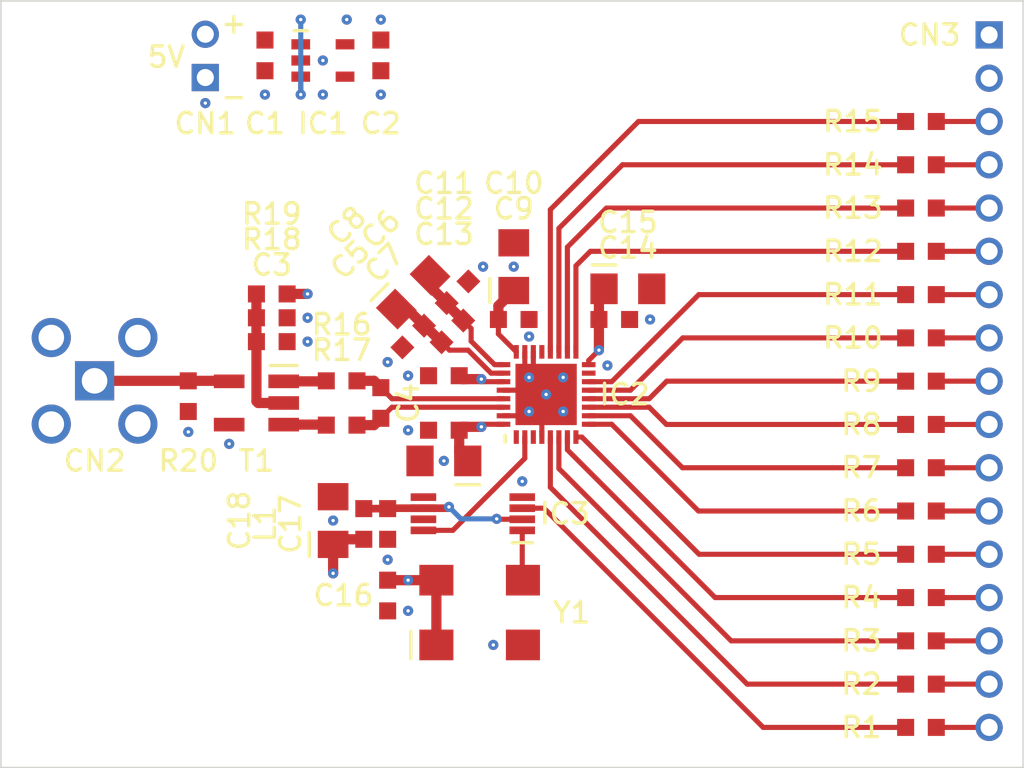
<source format=kicad_pcb>
(kicad_pcb (version 20221018) (generator pcbnew)
  (title_block (comment 4 "AISLER Project ID: MSPPDFRA"))
  (layers (0 "F.Cu" signal) (1 "In1.Cu" signal) (2 "In2.Cu" signal) (31 "B.Cu" signal) (34 "B.Paste" user) (35 "F.Paste" user) (36 "B.SilkS" user "B.Silkscreen") (37 "F.SilkS" user "F.Silkscreen") (38 "B.Mask" user) (39 "F.Mask" user) (44 "Edge.Cuts" user))
  (net 0 "")
  (net 1 "5V")
  (net 2 "CLK")
  (net 3 "D0")
  (net 4 "D1")
  (net 5 "D2")
  (net 6 "D3")
  (net 7 "D4")
  (net 8 "D5")
  (net 9 "D6")
  (net 10 "D7")
  (net 11 "D8")
  (net 12 "D9")
  (net 13 "D10")
  (net 14 "D11")
  (net 15 "AVDD")
  (net 16 "DVDD")
  (net 17 "D12")
  (net 18 "GND")
  (net 19 "W14")
  (net 20 "W13")
  (net 21 "W12")
  (net 22 "W11")
  (net 23 "W10")
  (net 24 "W9")
  (net 25 "W8")
  (net 26 "W7")
  (net 27 "W6")
  (net 28 "W5")
  (net 29 "W4")
  (net 30 "W3")
  (net 31 "W2")
  (net 32 "W1")
  (net 33 "D13")
  (net 34 "W15")
  (net 35 "VIN+")
  (net 36 "VIN-")
  (net 37 "SEC-")
  (net 38 "VCM")
  (net 39 "SEC+")
  (net 40 "INPUT")
  (net 41 "REFT")
  (net 42 "REFB")
  (net 43 "VREF")
  (net 44 "Y0")
  (net 45 "Y1")
  (net 46 "BVDD")
  (footprint "footprints:0603" (layer "F.Cu") (at 94 70 180)
    (fp_text reference "C11" (at 0 11.3) (layer "F.SilkS") (effects (font (size 1.2 1.2) (thickness 0.2))))
    (fp_text value "" (at 0 0) (layer "F.SilkS") (effects (font (size 1.27 1.27))))
    (pad "1" smd rect (at -0.9 0 180) (size 1 1) (layers "F.Cu" "F.Paste" "F.Mask") (net 15 "AVDD"))
    (pad "2" smd rect (at 0.9 0 180) (size 1 1) (layers "F.Cu" "F.Paste" "F.Mask") (net 18 "GND"))
  )
  (footprint "footprints:0603" (layer "F.Cu") (at 90.7 82.9 -90)
    (fp_text reference "C16" (at 0 2.6) (layer "F.SilkS") (effects (font (size 1.2 1.2) (thickness 0.2))))
    (fp_text value "" (at 0 0 -90) (layer "F.SilkS") (effects (font (size 1.27 1.27))))
    (pad "1" smd rect (at -0.9 0 270) (size 1 1) (layers "F.Cu" "F.Paste" "F.Mask") (net 15 "AVDD"))
    (pad "2" smd rect (at 0.9 0 270) (size 1 1) (layers "F.Cu" "F.Paste" "F.Mask") (net 18 "GND"))
  )
  (footprint "footprints:M25" (layer "F.Cu") (at 72 52)
    (fp_text reference "M1" hide)
    (fp_text value "" (at 0 0) (layer "F.SilkS") (effects (font (size 1.27 1.27))))
    (pad "" np_thru_hole circle (at 0 0) (size 2.7 2.7) (drill 2.7) (layers "*.Cu" "*.Mask"))
  )
  (footprint "footprints:0603" (layer "F.Cu") (at 90.3 71.6 -90)
    (fp_text reference "C4" (at 0 -1.6 90) (layer "F.SilkS") (effects (font (size 1.2 1.2) (thickness 0.2))))
    (fp_text value "" (at 0 0 -90) (layer "F.SilkS") (effects (font (size 1.27 1.27))))
    (pad "1" smd rect (at -0.9 0 270) (size 1 1) (layers "F.Cu" "F.Paste" "F.Mask") (net 35 "VIN+"))
    (pad "2" smd rect (at 0.9 0 270) (size 1 1) (layers "F.Cu" "F.Paste" "F.Mask") (net 36 "VIN-"))
  )
  (footprint "footprints:0603" (layer "F.Cu") (at 122 72.86)
    (fp_text reference "R8" (at -3.5 0) (layer "F.SilkS") (effects (font (size 1.2 1.2) (thickness 0.2))))
    (fp_text value "" (at 0 0) (layer "F.SilkS") (effects (font (size 1.27 1.27))))
    (pad "1" smd rect (at -0.9 0) (size 1 1) (layers "F.Cu" "F.Paste" "F.Mask") (net 9 "D6"))
    (pad "2" smd rect (at 0.9 0) (size 1 1) (layers "F.Cu" "F.Paste" "F.Mask") (net 25 "W8"))
  )
  (footprint "footprints:0603" (layer "F.Cu") (at 122 83.02)
    (fp_text reference "R4" (at -3.5 0) (layer "F.SilkS") (effects (font (size 1.2 1.2) (thickness 0.2))))
    (fp_text value "" (at 0 0) (layer "F.SilkS") (effects (font (size 1.27 1.27))))
    (pad "1" smd rect (at -0.9 0) (size 1 1) (layers "F.Cu" "F.Paste" "F.Mask") (net 5 "D2"))
    (pad "2" smd rect (at 0.9 0) (size 1 1) (layers "F.Cu" "F.Paste" "F.Mask") (net 29 "W4"))
  )
  (footprint "footprints:0603" (layer "F.Cu") (at 94.8 65.1 45)
    (fp_text reference "C6" (at -0.565685 -5.798275 45) (layer "F.SilkS") (effects (font (size 1.2 1.2) (thickness 0.2))))
    (fp_text value "" (at 0 0 45) (layer "F.SilkS") (effects (font (size 1.27 1.27))))
    (pad "1" smd rect (at -0.9 0 45) (size 1 1) (layers "F.Cu" "F.Paste" "F.Mask") (net 42 "REFB"))
    (pad "2" smd rect (at 0.9 0 45) (size 1 1) (layers "F.Cu" "F.Paste" "F.Mask") (net 18 "GND"))
  )
  (footprint "footprints:0603" (layer "F.Cu") (at 122 88.1)
    (fp_text reference "R2" (at -3.5 0) (layer "F.SilkS") (effects (font (size 1.2 1.2) (thickness 0.2))))
    (fp_text value "" (at 0 0) (layer "F.SilkS") (effects (font (size 1.27 1.27))))
    (pad "1" smd rect (at -0.9 0) (size 1 1) (layers "F.Cu" "F.Paste" "F.Mask") (net 3 "D0"))
    (pad "2" smd rect (at 0.9 0) (size 1 1) (layers "F.Cu" "F.Paste" "F.Mask") (net 31 "W2"))
  )
  (footprint "footprints:0603" (layer "F.Cu") (at 122 85.56)
    (fp_text reference "R3" (at -3.5 0) (layer "F.SilkS") (effects (font (size 1.2 1.2) (thickness 0.2))))
    (fp_text value "" (at 0 0) (layer "F.SilkS") (effects (font (size 1.27 1.27))))
    (pad "1" smd rect (at -0.9 0) (size 1 1) (layers "F.Cu" "F.Paste" "F.Mask") (net 4 "D1"))
    (pad "2" smd rect (at 0.9 0) (size 1 1) (layers "F.Cu" "F.Paste" "F.Mask") (net 30 "W3"))
  )
  (footprint "footprints:CASE-A-3216" (layer "F.Cu") (at 94 75 180)
    (fp_text reference "C13" (at 0 13.3 180) (layer "F.SilkS") (effects (font (size 1.2 1.2) (thickness 0.2))))
    (fp_text value "" (at 0 0 180) (layer "F.SilkS") (effects (font (size 1.27 1.27))))
    (fp_line (start -2.1 -1.4) (end -0.7 -1.4) (stroke (width 0.2)) (layer "F.SilkS"))
    (pad "1" smd rect (at -1.4 0 180) (size 1.6 1.8) (layers "F.Cu" "F.Paste" "F.Mask") (net 15 "AVDD"))
    (pad "2" smd rect (at 1.4 0 180) (size 1.6 1.8) (layers "F.Cu" "F.Paste" "F.Mask") (net 18 "GND"))
  )
  (footprint "footprints:0603" (layer "F.Cu") (at 122 62.7)
    (fp_text reference "R12" (at -4 0) (layer "F.SilkS") (effects (font (size 1.2 1.2) (thickness 0.2))))
    (fp_text value "" (at 0 0) (layer "F.SilkS") (effects (font (size 1.27 1.27))))
    (pad "1" smd rect (at -0.9 0) (size 1 1) (layers "F.Cu" "F.Paste" "F.Mask") (net 13 "D10"))
    (pad "2" smd rect (at 0.9 0) (size 1 1) (layers "F.Cu" "F.Paste" "F.Mask") (net 21 "W12"))
  )
  (footprint "footprints:SMA" (layer "F.Cu") (at 73.5 70.3)
    (fp_text reference "CN2" (at 0 4.7) (layer "F.SilkS") (effects (font (size 1.2 1.2) (thickness 0.2))))
    (fp_text value "" (at 0 0) (layer "F.SilkS") (effects (font (size 1.27 1.27))))
    (pad "1" thru_hole rect (at 0 0) (size 2.3 2.3) (drill 1.5) (layers "*.Cu" "*.Mask") (net 40 "INPUT"))
    (pad "2" thru_hole circle (at -2.54 -2.54) (size 2.3 2.3) (drill 1.5) (layers "*.Cu" "*.Mask") (net 18 "GND"))
    (pad "2" thru_hole circle (at -2.54 2.54) (size 2.3 2.3) (drill 1.5) (layers "*.Cu" "*.Mask") (net 18 "GND"))
    (pad "2" thru_hole circle (at 2.54 -2.54) (size 2.3 2.3) (drill 1.5) (layers "*.Cu" "*.Mask") (net 18 "GND"))
    (pad "2" thru_hole circle (at 2.54 2.54) (size 2.3 2.3) (drill 1.5) (layers "*.Cu" "*.Mask") (net 18 "GND"))
  )
  (footprint "footprints:M25" (layer "F.Cu") (at 72 89)
    (fp_text reference "M2" hide)
    (fp_text value "" hide)
    (pad "" np_thru_hole circle (at 0 0) (size 2.7 2.7) (drill 2.7) (layers "*.Cu" "*.Mask"))
  )
  (footprint "footprints:1x17" (layer "F.Cu") (at 126 50 90)
    (fp_text reference "CN3" (at 0 -3.5 180) (layer "F.SilkS") (effects (font (size 1.2 1.2) (thickness 0.2))))
    (fp_text value "" (at 0 0 90) (layer "F.SilkS") (effects (font (size 1.27 1.27))))
    (pad "1" thru_hole rect (at 0 0 90) (size 1.6 1.6) (drill 1) (layers "*.Cu" "*.Mask") (net 18 "GND"))
    (pad "3" thru_hole circle (at -2.54 0 90) (size 1.6 1.6) (drill 1) (layers "*.Cu" "*.Mask") (net 16 "DVDD"))
    (pad "5" thru_hole circle (at -5.08 0 90) (size 1.6 1.6) (drill 1) (layers "*.Cu" "*.Mask") (net 34 "W15"))
    (pad "7" thru_hole circle (at -7.62 0 90) (size 1.6 1.6) (drill 1) (layers "*.Cu" "*.Mask") (net 19 "W14"))
    (pad "9" thru_hole circle (at -10.16 0 90) (size 1.6 1.6) (drill 1) (layers "*.Cu" "*.Mask") (net 20 "W13"))
    (pad "11" thru_hole circle (at -12.7 0 90) (size 1.6 1.6) (drill 1) (layers "*.Cu" "*.Mask") (net 21 "W12"))
    (pad "13" thru_hole circle (at -15.24 0 90) (size 1.6 1.6) (drill 1) (layers "*.Cu" "*.Mask") (net 22 "W11"))
    (pad "15" thru_hole circle (at -17.78 0 90) (size 1.6 1.6) (drill 1) (layers "*.Cu" "*.Mask") (net 23 "W10"))
    (pad "17" thru_hole circle (at -20.32 0 90) (size 1.6 1.6) (drill 1) (layers "*.Cu" "*.Mask") (net 24 "W9"))
    (pad "19" thru_hole circle (at -22.86 0 90) (size 1.6 1.6) (drill 1) (layers "*.Cu" "*.Mask") (net 25 "W8"))
    (pad "21" thru_hole circle (at -25.4 0 90) (size 1.6 1.6) (drill 1) (layers "*.Cu" "*.Mask") (net 26 "W7"))
    (pad "23" thru_hole circle (at -27.94 0 90) (size 1.6 1.6) (drill 1) (layers "*.Cu" "*.Mask") (net 27 "W6"))
    (pad "25" thru_hole circle (at -30.48 0 90) (size 1.6 1.6) (drill 1) (layers "*.Cu" "*.Mask") (net 28 "W5"))
    (pad "27" thru_hole circle (at -33.02 0 90) (size 1.6 1.6) (drill 1) (layers "*.Cu" "*.Mask") (net 29 "W4"))
    (pad "29" thru_hole circle (at -35.56 0 90) (size 1.6 1.6) (drill 1) (layers "*.Cu" "*.Mask") (net 30 "W3"))
    (pad "31" thru_hole circle (at -38.1 0 90) (size 1.6 1.6) (drill 1) (layers "*.Cu" "*.Mask") (net 31 "W2"))
    (pad "33" thru_hole circle (at -40.64 0 90) (size 1.6 1.6) (drill 1) (layers "*.Cu" "*.Mask") (net 32 "W1"))
  )
  (footprint "footprints:0603" (layer "F.Cu") (at 83.9 65.2 180)
    (fp_text reference "R18" (at 0 3.2 180) (layer "F.SilkS") (effects (font (size 1.2 1.2) (thickness 0.2))))
    (fp_text value "" (at 0 0 180) (layer "F.SilkS") (effects (font (size 1.27 1.27))))
    (pad "1" smd rect (at -0.9 0 180) (size 1 1) (layers "F.Cu" "F.Paste" "F.Mask") (net 15 "AVDD"))
    (pad "2" smd rect (at 0.9 0 180) (size 1 1) (layers "F.Cu" "F.Paste" "F.Mask") (net 38 "VCM"))
  )
  (footprint "footprints:0603" (layer "F.Cu") (at 83.9 68)
    (fp_text reference "C3" (at 0 -4.5) (layer "F.SilkS") (effects (font (size 1.2 1.2) (thickness 0.2))))
    (fp_text value "" (at 0 0) (layer "F.SilkS") (effects (font (size 1.27 1.27))))
    (pad "1" smd rect (at -0.9 0) (size 1 1) (layers "F.Cu" "F.Paste" "F.Mask") (net 38 "VCM"))
    (pad "2" smd rect (at 0.9 0) (size 1 1) (layers "F.Cu" "F.Paste" "F.Mask") (net 18 "GND"))
  )
  (footprint "footprints:AT224" (layer "F.Cu") (at 83 71.6 180)
    (fp_text reference "T1" (at 0 -3.4) (layer "F.SilkS") (effects (font (size 1.2 1.2) (thickness 0.2))))
    (fp_text value "" (at 0 0) (layer "F.SilkS") (effects (font (size 1.27 1.27))))
    (fp_line (start -2.4 2.2) (end -0.8 2.2) (stroke (width 0.2)) (layer "F.SilkS"))
    (pad "1" smd rect (at -1.6 1.27 270) (size 0.8 1.8) (layers "F.Cu" "F.Paste" "F.Mask") (net 39 "SEC+"))
    (pad "2" smd rect (at -1.6 0 270) (size 0.8 1.8) (layers "F.Cu" "F.Paste" "F.Mask") (net 38 "VCM"))
    (pad "3" smd rect (at -1.6 -1.27 270) (size 0.8 1.8) (layers "F.Cu" "F.Paste" "F.Mask") (net 37 "SEC-"))
    (pad "4" smd rect (at 1.6 -1.27 270) (size 0.8 1.8) (layers "F.Cu" "F.Paste" "F.Mask") (net 18 "GND"))
    (pad "6" smd rect (at 1.6 1.27 270) (size 0.8 1.8) (layers "F.Cu" "F.Paste" "F.Mask") (net 40 "INPUT"))
  )
  (footprint "footprints:0603" (layer "F.Cu") (at 94.5 67.4 45)
    (fp_text reference "C7" (at 0 -5.656854 45) (layer "F.SilkS") (effects (font (size 1.2 1.2) (thickness 0.2))))
    (fp_text value "" (at 0 0 45) (layer "F.SilkS") (effects (font (size 1.27 1.27))))
    (pad "1" smd rect (at -0.9 0 45) (size 1 1) (layers "F.Cu" "F.Paste" "F.Mask") (net 41 "REFT"))
    (pad "2" smd rect (at 0.9 0 45) (size 1 1) (layers "F.Cu" "F.Paste" "F.Mask") (net 42 "REFB"))
  )
  (footprint "footprints:0603" (layer "F.Cu") (at 122 70.32)
    (fp_text reference "R9" (at -3.5 0) (layer "F.SilkS") (effects (font (size 1.2 1.2) (thickness 0.2))))
    (fp_text value "" (at 0 0) (layer "F.SilkS") (effects (font (size 1.27 1.27))))
    (pad "1" smd rect (at -0.9 0) (size 1 1) (layers "F.Cu" "F.Paste" "F.Mask") (net 10 "D7"))
    (pad "2" smd rect (at 0.9 0) (size 1 1) (layers "F.Cu" "F.Paste" "F.Mask") (net 24 "W9"))
  )
  (footprint "footprints:LFCSP32" (layer "F.Cu") (at 100 71.1 90)
    (fp_text reference "IC2" (at 0 4.6 180) (layer "F.SilkS") (effects (font (size 1.2 1.2) (thickness 0.2))))
    (fp_text value "" (at 0 0 90) (layer "F.SilkS") (effects (font (size 1.27 1.27))))
    (fp_line (start -2.8 -2.4) (end -2.4 -2.4) (stroke (width 0.2)) (layer "F.SilkS"))
    (pad "1" smd rect (at -2.5 -1.75 90) (size 0.8 0.3) (layers "F.Cu" "F.Paste" "F.Mask"))
    (pad "2" smd rect (at -2.5 -1.25 90) (size 0.8 0.3) (layers "F.Cu" "F.Paste" "F.Mask") (net 44 "Y0"))
    (pad "3" smd rect (at -2.5 -0.75 90) (size 0.8 0.3) (layers "F.Cu" "F.Paste" "F.Mask"))
    (pad "4" smd rect (at -2.5 -0.25 90) (size 0.8 0.3) (layers "F.Cu" "F.Paste" "F.Mask") (net 18 "GND"))
    (pad "5" smd rect (at -2.5 0.25 90) (size 0.8 0.3) (layers "F.Cu" "F.Paste" "F.Mask") (net 3 "D0"))
    (pad "6" smd rect (at -2.5 0.75 90) (size 0.8 0.3) (layers "F.Cu" "F.Paste" "F.Mask") (net 4 "D1"))
    (pad "7" smd rect (at -2.5 1.25 90) (size 0.8 0.3) (layers "F.Cu" "F.Paste" "F.Mask") (net 5 "D2"))
    (pad "8" smd rect (at -2.5 1.75 90) (size 0.8 0.3) (layers "F.Cu" "F.Paste" "F.Mask") (net 6 "D3"))
    (pad "9" smd rect (at -1.75 2.5 180) (size 0.8 0.3) (layers "F.Cu" "F.Paste" "F.Mask") (net 7 "D4"))
    (pad "10" smd rect (at -1.25 2.5 180) (size 0.8 0.3) (layers "F.Cu" "F.Paste" "F.Mask") (net 8 "D5"))
    (pad "11" smd rect (at -0.75 2.5 180) (size 0.8 0.3) (layers "F.Cu" "F.Paste" "F.Mask") (net 9 "D6"))
    (pad "12" smd rect (at -0.25 2.5 180) (size 0.8 0.3) (layers "F.Cu" "F.Paste" "F.Mask") (net 10 "D7"))
    (pad "13" smd rect (at 0.25 2.5 180) (size 0.8 0.3) (layers "F.Cu" "F.Paste" "F.Mask") (net 11 "D8"))
    (pad "14" smd rect (at 0.75 2.5 180) (size 0.8 0.3) (layers "F.Cu" "F.Paste" "F.Mask") (net 12 "D9"))
    (pad "15" smd rect (at 1.25 2.5 180) (size 0.8 0.3) (layers "F.Cu" "F.Paste" "F.Mask") (net 18 "GND"))
    (pad "16" smd rect (at 1.75 2.5 180) (size 0.8 0.3) (layers "F.Cu" "F.Paste" "F.Mask") (net 16 "DVDD"))
    (pad "17" smd rect (at 2.5 1.75 90) (size 0.8 0.3) (layers "F.Cu" "F.Paste" "F.Mask") (net 13 "D10"))
    (pad "18" smd rect (at 2.5 1.25 90) (size 0.8 0.3) (layers "F.Cu" "F.Paste" "F.Mask") (net 14 "D11"))
    (pad "19" smd rect (at 2.5 0.75 90) (size 0.8 0.3) (layers "F.Cu" "F.Paste" "F.Mask") (net 17 "D12"))
    (pad "20" smd rect (at 2.5 0.25 90) (size 0.8 0.3) (layers "F.Cu" "F.Paste" "F.Mask") (net 33 "D13"))
    (pad "21" smd rect (at 2.5 -0.25 90) (size 0.8 0.3) (layers "F.Cu" "F.Paste" "F.Mask"))
    (pad "22" smd rect (at 2.5 -0.75 90) (size 0.8 0.3) (layers "F.Cu" "F.Paste" "F.Mask") (net 18 "GND"))
    (pad "23" smd rect (at 2.5 -1.25 90) (size 0.8 0.3) (layers "F.Cu" "F.Paste" "F.Mask") (net 18 "GND"))
    (pad "24" smd rect (at 2.5 -1.75 90) (size 0.8 0.3) (layers "F.Cu" "F.Paste" "F.Mask") (net 43 "VREF"))
    (pad "25" smd rect (at 1.75 -2.5 180) (size 0.8 0.3) (layers "F.Cu" "F.Paste" "F.Mask") (net 42 "REFB"))
    (pad "26" smd rect (at 1.25 -2.5 180) (size 0.8 0.3) (layers "F.Cu" "F.Paste" "F.Mask") (net 41 "REFT"))
    (pad "27" smd rect (at 0.75 -2.5 180) (size 0.8 0.3) (layers "F.Cu" "F.Paste" "F.Mask") (net 15 "AVDD"))
    (pad "28" smd rect (at 0.25 -2.5 180) (size 0.8 0.3) (layers "F.Cu" "F.Paste" "F.Mask") (net 18 "GND"))
    (pad "29" smd rect (at -0.25 -2.5 180) (size 0.8 0.3) (layers "F.Cu" "F.Paste" "F.Mask") (net 35 "VIN+"))
    (pad "30" smd rect (at -0.75 -2.5 180) (size 0.8 0.3) (layers "F.Cu" "F.Paste" "F.Mask") (net 36 "VIN-"))
    (pad "31" smd rect (at -1.25 -2.5 180) (size 0.8 0.3) (layers "F.Cu" "F.Paste" "F.Mask") (net 18 "GND"))
    (pad "32" smd rect (at -1.75 -2.5 180) (size 0.8 0.3) (layers "F.Cu" "F.Paste" "F.Mask") (net 15 "AVDD"))
    (pad "33" smd rect (at 0 0 90) (size 3.6 3.6) (layers "F.Cu" "F.Paste" "F.Mask") (net 18 "GND"))
  )
  (footprint "footprints:0603" (layer "F.Cu") (at 98.1 66.7)
    (fp_text reference "C9" (at 0 -6.5) (layer "F.SilkS") (effects (font (size 1.2 1.2) (thickness 0.2))))
    (fp_text value "" (at 0 0) (layer "F.SilkS") (effects (font (size 1.27 1.27))))
    (pad "1" smd rect (at -0.9 0) (size 1 1) (layers "F.Cu" "F.Paste" "F.Mask") (net 43 "VREF"))
    (pad "2" smd rect (at 0.9 0) (size 1 1) (layers "F.Cu" "F.Paste" "F.Mask") (net 18 "GND"))
  )
  (footprint "footprints:0603" (layer "F.Cu") (at 122 55.08)
    (fp_text reference "R15" (at -4 0) (layer "F.SilkS") (effects (font (size 1.2 1.2) (thickness 0.2))))
    (fp_text value "" (at 0 0) (layer "F.SilkS") (effects (font (size 1.27 1.27))))
    (pad "1" smd rect (at -0.9 0) (size 1 1) (layers "F.Cu" "F.Paste" "F.Mask") (net 33 "D13"))
    (pad "2" smd rect (at 0.9 0) (size 1 1) (layers "F.Cu" "F.Paste" "F.Mask") (net 34 "W15"))
  )
  (footprint "footprints:0603" (layer "F.Cu") (at 88 70.3)
    (fp_text reference "R16" (at 0 -3.3) (layer "F.SilkS") (effects (font (size 1.2 1.2) (thickness 0.2))))
    (fp_text value "" (at 0 0) (layer "F.SilkS") (effects (font (size 1.27 1.27))))
    (pad "1" smd rect (at -0.9 0) (size 1 1) (layers "F.Cu" "F.Paste" "F.Mask") (net 39 "SEC+"))
    (pad "2" smd rect (at 0.9 0) (size 1 1) (layers "F.Cu" "F.Paste" "F.Mask") (net 35 "VIN+"))
  )
  (footprint "footprints:0603" (layer "F.Cu") (at 122 90.64)
    (fp_text reference "R1" (at -3.5 0) (layer "F.SilkS") (effects (font (size 1.2 1.2) (thickness 0.2))))
    (fp_text value "" (at 0 0) (layer "F.SilkS") (effects (font (size 1.27 1.27))))
    (pad "1" smd rect (at -0.9 0) (size 1 1) (layers "F.Cu" "F.Paste" "F.Mask") (net 45 "Y1"))
    (pad "2" smd rect (at 0.9 0) (size 1 1) (layers "F.Cu" "F.Paste" "F.Mask") (net 32 "W1"))
  )
  (footprint "footprints:0603" (layer "F.Cu") (at 92.2 67.7 -135)
    (fp_text reference "C5" (at -0.565685 5.798275 -135) (layer "F.SilkS") (effects (font (size 1.2 1.2) (thickness 0.2))))
    (fp_text value "" (at 0 0 -135) (layer "F.SilkS") (effects (font (size 1.27 1.27))))
    (pad "1" smd rect (at -0.9 0 225) (size 1 1) (layers "F.Cu" "F.Paste" "F.Mask") (net 41 "REFT"))
    (pad "2" smd rect (at 0.9 0 225) (size 1 1) (layers "F.Cu" "F.Paste" "F.Mask") (net 18 "GND"))
  )
  (footprint "footprints:0603" (layer "F.Cu") (at 90.3 51.2 -90)
    (fp_text reference "C2" (at 4 0) (layer "F.SilkS") (effects (font (size 1.2 1.2) (thickness 0.2))))
    (fp_text value "" (at 0 0 -90) (layer "F.SilkS") (effects (font (size 1.27 1.27))))
    (pad "1" smd rect (at -0.9 0 270) (size 1 1) (layers "F.Cu" "F.Paste" "F.Mask") (net 15 "AVDD"))
    (pad "2" smd rect (at 0.9 0 270) (size 1 1) (layers "F.Cu" "F.Paste" "F.Mask") (net 18 "GND"))
  )
  (footprint "footprints:0603" (layer "F.Cu") (at 122 65.24)
    (fp_text reference "R11" (at -4 0) (layer "F.SilkS") (effects (font (size 1.2 1.2) (thickness 0.2))))
    (fp_text value "" (at 0 0) (layer "F.SilkS") (effects (font (size 1.27 1.27))))
    (pad "1" smd rect (at -0.9 0) (size 1 1) (layers "F.Cu" "F.Paste" "F.Mask") (net 12 "D9"))
    (pad "2" smd rect (at 0.9 0) (size 1 1) (layers "F.Cu" "F.Paste" "F.Mask") (net 22 "W11"))
  )
  (footprint "footprints:CASE-A-3216" (layer "F.Cu") (at 92.2 65.1 45)
    (fp_text reference "C8" (at 0 -5.515433 45) (layer "F.SilkS") (effects (font (size 1.2 1.2) (thickness 0.2))))
    (fp_text value "" (at 0 0 45) (layer "F.SilkS") (effects (font (size 1.27 1.27))))
    (fp_line (start -2.1 -1.4) (end -0.7 -1.4) (stroke (width 0.2)) (layer "F.SilkS"))
    (pad "1" smd rect (at -1.4 0 45) (size 1.6 1.8) (layers "F.Cu" "F.Paste" "F.Mask") (net 41 "REFT"))
    (pad "2" smd rect (at 1.4 0 45) (size 1.6 1.8) (layers "F.Cu" "F.Paste" "F.Mask") (net 42 "REFB"))
  )
  (footprint "footprints:0603" (layer "F.Cu") (at 88 72.9)
    (fp_text reference "R17" (at 0 -4.4) (layer "F.SilkS") (effects (font (size 1.2 1.2) (thickness 0.2))))
    (fp_text value "" (at 0 0) (layer "F.SilkS") (effects (font (size 1.27 1.27))))
    (pad "1" smd rect (at -0.9 0) (size 1 1) (layers "F.Cu" "F.Paste" "F.Mask") (net 37 "SEC-"))
    (pad "2" smd rect (at 0.9 0) (size 1 1) (layers "F.Cu" "F.Paste" "F.Mask") (net 36 "VIN-"))
  )
  (footprint "footprints:1x2" (layer "F.Cu") (at 80 52.5 -90)
    (fp_text reference "CN1" (at 2.7 0) (layer "F.SilkS") (effects (font (size 1.2 1.2) (thickness 0.2))))
    (fp_text value "" (at 0 0 90) (layer "F.SilkS") (effects (font (size 1.27 1.27))))
    (pad "1" thru_hole rect (at 0 0 270) (size 1.6 1.6) (drill 1) (layers "*.Cu" "*.Mask") (net 18 "GND"))
    (pad "2" thru_hole circle (at -2.54 0 270) (size 1.6 1.6) (drill 1) (layers "*.Cu" "*.Mask") (net 1 "5V"))
  )
  (footprint "footprints:0603" (layer "F.Cu") (at 90.7 78.7 -90)
    (fp_text reference "C17" (at 0 5.7 90) (layer "F.SilkS") (effects (font (size 1.2 1.2) (thickness 0.2))))
    (fp_text value "" (at 0 0 90) (layer "F.SilkS") (effects (font (size 1.27 1.27))))
    (pad "1" smd rect (at -0.9 0 270) (size 1 1) (layers "F.Cu" "F.Paste" "F.Mask") (net 46 "BVDD"))
    (pad "2" smd rect (at 0.9 0 270) (size 1 1) (layers "F.Cu" "F.Paste" "F.Mask") (net 18 "GND"))
  )
  (footprint "footprints:0603" (layer "F.Cu") (at 122 75.4)
    (fp_text reference "R7" (at -3.5 0) (layer "F.SilkS") (effects (font (size 1.2 1.2) (thickness 0.2))))
    (fp_text value "" (at 0 0) (layer "F.SilkS") (effects (font (size 1.27 1.27))))
    (pad "1" smd rect (at -0.9 0) (size 1 1) (layers "F.Cu" "F.Paste" "F.Mask") (net 8 "D5"))
    (pad "2" smd rect (at 0.9 0) (size 1 1) (layers "F.Cu" "F.Paste" "F.Mask") (net 26 "W7"))
  )
  (footprint "footprints:0603" (layer "F.Cu") (at 104 66.7)
    (fp_text reference "C14" (at 0.8 -4.2) (layer "F.SilkS") (effects (font (size 1.2 1.2) (thickness 0.2))))
    (fp_text value "" (at 0 0) (layer "F.SilkS") (effects (font (size 1.27 1.27))))
    (pad "1" smd rect (at -0.9 0) (size 1 1) (layers "F.Cu" "F.Paste" "F.Mask") (net 16 "DVDD"))
    (pad "2" smd rect (at 0.9 0) (size 1 1) (layers "F.Cu" "F.Paste" "F.Mask") (net 18 "GND"))
  )
  (footprint "footprints:SOT23" (layer "F.Cu") (at 86.9 51.5)
    (fp_text reference "IC1" (at 0 3.7 180) (layer "F.SilkS") (effects (font (size 1.2 1.2) (thickness 0.2))))
    (fp_text value "" (at 0 0) (layer "F.SilkS") (effects (font (size 1.27 1.27))))
    (fp_line (start -1.7 -1.75) (end -0.9 -1.75) (stroke (width 0.2)) (layer "F.SilkS"))
    (pad "1" smd rect (at -1.3 -0.95 90) (size 0.6 1.1) (layers "F.Cu" "F.Paste" "F.Mask") (net 1 "5V"))
    (pad "2" smd rect (at -1.3 0 90) (size 0.6 1.1) (layers "F.Cu" "F.Paste" "F.Mask") (net 18 "GND"))
    (pad "3" smd rect (at -1.3 0.95 90) (size 0.6 1.1) (layers "F.Cu" "F.Paste" "F.Mask") (net 1 "5V"))
    (pad "4" smd rect (at 1.3 0.95 90) (size 0.6 1.1) (layers "F.Cu" "F.Paste" "F.Mask") (net 18 "GND"))
    (pad "5" smd rect (at 1.3 -0.95 90) (size 0.6 1.1) (layers "F.Cu" "F.Paste" "F.Mask") (net 15 "AVDD"))
  )
  (footprint "footprints:0603" (layer "F.Cu") (at 89.3 78.7 90)
    (fp_text reference "L1" (at 0 -5.8 90) (layer "F.SilkS") (effects (font (size 1.2 1.2) (thickness 0.2))))
    (fp_text value "" (at 0 0 90) (layer "F.SilkS") (effects (font (size 1.27 1.27))))
    (pad "1" smd rect (at -0.9 0 90) (size 1 1) (layers "F.Cu" "F.Paste" "F.Mask") (net 15 "AVDD"))
    (pad "2" smd rect (at 0.9 0 90) (size 1 1) (layers "F.Cu" "F.Paste" "F.Mask") (net 46 "BVDD"))
  )
  (footprint "footprints:0603" (layer "F.Cu") (at 122 60.16)
    (fp_text reference "R13" (at -4 0) (layer "F.SilkS") (effects (font (size 1.2 1.2) (thickness 0.2))))
    (fp_text value "" (at 0 0) (layer "F.SilkS") (effects (font (size 1.27 1.27))))
    (pad "1" smd rect (at -0.9 0) (size 1 1) (layers "F.Cu" "F.Paste" "F.Mask") (net 14 "D11"))
    (pad "2" smd rect (at 0.9 0) (size 1 1) (layers "F.Cu" "F.Paste" "F.Mask") (net 20 "W13"))
  )
  (footprint "footprints:0603" (layer "F.Cu") (at 94 73.2 180)
    (fp_text reference "C12" (at 0 13 180) (layer "F.SilkS") (effects (font (size 1.2 1.2) (thickness 0.2))))
    (fp_text value "" (at 0 0 180) (layer "F.SilkS") (effects (font (size 1.27 1.27))))
    (pad "1" smd rect (at -0.9 0 180) (size 1 1) (layers "F.Cu" "F.Paste" "F.Mask") (net 15 "AVDD"))
    (pad "2" smd rect (at 0.9 0 180) (size 1 1) (layers "F.Cu" "F.Paste" "F.Mask") (net 18 "GND"))
  )
  (footprint "footprints:CASE-A-3216" (layer "F.Cu") (at 104.8 64.9)
    (fp_text reference "C15" (at 0 -3.9) (layer "F.SilkS") (effects (font (size 1.2 1.2) (thickness 0.2))))
    (fp_text value "" (at 0 0) (layer "F.SilkS") (effects (font (size 1.27 1.27))))
    (fp_line (start -2.1 -1.4) (end -0.7 -1.4) (stroke (width 0.2)) (layer "F.SilkS"))
    (pad "1" smd rect (at -1.4 0) (size 1.6 1.8) (layers "F.Cu" "F.Paste" "F.Mask") (net 16 "DVDD"))
    (pad "2" smd rect (at 1.4 0) (size 1.6 1.8) (layers "F.Cu" "F.Paste" "F.Mask") (net 18 "GND"))
  )
  (footprint "footprints:0603" (layer "F.Cu") (at 83.9 66.6)
    (fp_text reference "R19" (at 0 -6.1) (layer "F.SilkS") (effects (font (size 1.2 1.2) (thickness 0.2))))
    (fp_text value "" (at 0 0) (layer "F.SilkS") (effects (font (size 1.27 1.27))))
    (pad "1" smd rect (at -0.9 0) (size 1 1) (layers "F.Cu" "F.Paste" "F.Mask") (net 38 "VCM"))
    (pad "2" smd rect (at 0.9 0) (size 1 1) (layers "F.Cu" "F.Paste" "F.Mask") (net 18 "GND"))
  )
  (footprint "footprints:0603" (layer "F.Cu") (at 79 71.2 -90)
    (fp_text reference "R20" (at 3.8 0 -180) (layer "F.SilkS") (effects (font (size 1.2 1.2) (thickness 0.2))))
    (fp_text value "" (at 0 0 90) (layer "F.SilkS") (effects (font (size 1.27 1.27))))
    (pad "1" smd rect (at -0.9 0 270) (size 1 1) (layers "F.Cu" "F.Paste" "F.Mask") (net 40 "INPUT"))
    (pad "2" smd rect (at 0.9 0 270) (size 1 1) (layers "F.Cu" "F.Paste" "F.Mask") (net 18 "GND"))
  )
  (footprint "footprints:0603" (layer "F.Cu") (at 122 77.94)
    (fp_text reference "R6" (at -3.5 0) (layer "F.SilkS") (effects (font (size 1.2 1.2) (thickness 0.2))))
    (fp_text value "" (at 0 0) (layer "F.SilkS") (effects (font (size 1.27 1.27))))
    (pad "1" smd rect (at -0.9 0) (size 1 1) (layers "F.Cu" "F.Paste" "F.Mask") (net 7 "D4"))
    (pad "2" smd rect (at 0.9 0) (size 1 1) (layers "F.Cu" "F.Paste" "F.Mask") (net 27 "W6"))
  )
  (footprint "footprints:7050" (layer "F.Cu") (at 96.1 83.9)
    (fp_text reference "Y1" (at 5.4 0 180) (layer "F.SilkS") (effects (font (size 1.2 1.2) (thickness 0.2))))
    (fp_text value "" (at 0 0) (layer "F.SilkS") (effects (font (size 1.27 1.27))))
    (fp_line (start -4.04 1.1) (end -4.04 2.7) (stroke (width 0.2)) (layer "F.SilkS"))
    (pad "1" smd rect (at -2.54 1.9) (size 2 1.8) (layers "F.Cu" "F.Paste" "F.Mask") (net 15 "AVDD"))
    (pad "2" smd rect (at 2.54 1.9) (size 2 1.8) (layers "F.Cu" "F.Paste" "F.Mask") (net 18 "GND"))
    (pad "3" smd rect (at 2.54 -1.9) (size 2 1.8) (layers "F.Cu" "F.Paste" "F.Mask") (net 2 "CLK"))
    (pad "4" smd rect (at -2.54 -1.9) (size 2 1.8) (layers "F.Cu" "F.Paste" "F.Mask") (net 15 "AVDD"))
  )
  (footprint "footprints:0603" (layer "F.Cu") (at 122 57.62)
    (fp_text reference "R14" (at -4 0) (layer "F.SilkS") (effects (font (size 1.2 1.2) (thickness 0.2))))
    (fp_text value "" (at 0 0) (layer "F.SilkS") (effects (font (size 1.27 1.27))))
    (pad "1" smd rect (at -0.9 0) (size 1 1) (layers "F.Cu" "F.Paste" "F.Mask") (net 17 "D12"))
    (pad "2" smd rect (at 0.9 0) (size 1 1) (layers "F.Cu" "F.Paste" "F.Mask") (net 19 "W14"))
  )
  (footprint "footprints:CASE-A-3216" (layer "F.Cu") (at 87.5 78.5 90)
    (fp_text reference "C18" (at 0 -5.5 90) (layer "F.SilkS") (effects (font (size 1.2 1.2) (thickness 0.2))))
    (fp_text value "" (at -0.2 0 90) (layer "F.SilkS") (effects (font (size 1.27 1.27))))
    (fp_line (start -2.1 -1.4) (end -0.7 -1.4) (stroke (width 0.2)) (layer "F.SilkS"))
    (pad "1" smd rect (at -1.4 0 90) (size 1.6 1.8) (layers "F.Cu" "F.Paste" "F.Mask") (net 15 "AVDD"))
    (pad "2" smd rect (at 1.4 0 90) (size 1.6 1.8) (layers "F.Cu" "F.Paste" "F.Mask") (net 18 "GND"))
  )
  (footprint "footprints:TSSOP8" (layer "F.Cu") (at 95.7 78.1 180)
    (fp_text reference "IC3" (at -5.4 0 180) (layer "F.SilkS") (effects (font (size 1.2 1.2) (thickness 0.2))))
    (fp_text value "" (at -0.2 0) (layer "F.SilkS") (effects (font (size 1.27 1.27))))
    (fp_line (start -3.5 -1.7) (end -2.3 -1.7) (stroke (width 0.2)) (layer "F.SilkS"))
    (pad "1" smd rect (at -2.9 -0.975 270) (size 0.45 1.5) (layers "F.Cu" "F.Paste" "F.Mask") (net 2 "CLK"))
    (pad "2" smd rect (at -2.9 -0.325 270) (size 0.45 1.5) (layers "F.Cu" "F.Paste" "F.Mask") (net 46 "BVDD"))
    (pad "3" smd rect (at -2.9 0.325 270) (size 0.45 1.5) (layers "F.Cu" "F.Paste" "F.Mask") (net 45 "Y1"))
    (pad "4" smd rect (at -2.9 0.975 270) (size 0.45 1.5) (layers "F.Cu" "F.Paste" "F.Mask") (net 18 "GND"))
    (pad "5" smd rect (at 2.9 0.975 270) (size 0.45 1.5) (layers "F.Cu" "F.Paste" "F.Mask"))
    (pad "6" smd rect (at 2.9 0.325 270) (size 0.45 1.5) (layers "F.Cu" "F.Paste" "F.Mask") (net 46 "BVDD"))
    (pad "7" smd rect (at 2.9 -0.325 270) (size 0.45 1.5) (layers "F.Cu" "F.Paste" "F.Mask"))
    (pad "8" smd rect (at 2.9 -0.975 270) (size 0.45 1.5) (layers "F.Cu" "F.Paste" "F.Mask") (net 44 "Y0"))
  )
  (footprint "footprints:0603" (layer "F.Cu") (at 83.5 51.2 -90)
    (fp_text reference "C1" (at 4 0) (layer "F.SilkS") (effects (font (size 1.2 1.2) (thickness 0.2))))
    (fp_text value "" (at 0 0 -90) (layer "F.SilkS") (effects (font (size 1.27 1.27))))
    (pad "1" smd rect (at -0.9 0 270) (size 1 1) (layers "F.Cu" "F.Paste" "F.Mask") (net 1 "5V"))
    (pad "2" smd rect (at 0.9 0 270) (size 1 1) (layers "F.Cu" "F.Paste" "F.Mask") (net 18 "GND"))
  )
  (footprint "footprints:CASE-A-3216" (layer "F.Cu") (at 98.1 63.6 90)
    (fp_text reference "C10" (at 4.9 0 180) (layer "F.SilkS") (effects (font (size 1.2 1.2) (thickness 0.2))))
    (fp_text value "" (at 0 0 90) (layer "F.SilkS") (effects (font (size 1.27 1.27))))
    (fp_line (start -2.1 -1.4) (end -0.7 -1.4) (stroke (width 0.2)) (layer "F.SilkS"))
    (pad "1" smd rect (at -1.4 0 90) (size 1.6 1.8) (layers "F.Cu" "F.Paste" "F.Mask") (net 43 "VREF"))
    (pad "2" smd rect (at 1.4 0 90) (size 1.6 1.8) (layers "F.Cu" "F.Paste" "F.Mask") (net 18 "GND"))
  )
  (footprint "footprints:0603" (layer "F.Cu") (at 122 67.78)
    (fp_text reference "R10" (at -4 0) (layer "F.SilkS") (effects (font (size 1.2 1.2) (thickness 0.2))))
    (fp_text value "" (at 0 0) (layer "F.SilkS") (effects (font (size 1.27 1.27))))
    (pad "1" smd rect (at -0.9 0) (size 1 1) (layers "F.Cu" "F.Paste" "F.Mask") (net 11 "D8"))
    (pad "2" smd rect (at 0.9 0) (size 1 1) (layers "F.Cu" "F.Paste" "F.Mask") (net 23 "W10"))
  )
  (footprint "footprints:0603" (layer "F.Cu") (at 122 80.48)
    (fp_text reference "R5" (at -3.5 0) (layer "F.SilkS") (effects (font (size 1.2 1.2) (thickness 0.2))))
    (fp_text value "" (at 0 0) (layer "F.SilkS") (effects (font (size 1.27 1.27))))
    (pad "1" smd rect (at -0.9 0) (size 1 1) (layers "F.Cu" "F.Paste" "F.Mask") (net 6 "D3"))
    (pad "2" smd rect (at 0.9 0) (size 1 1) (layers "F.Cu" "F.Paste" "F.Mask") (net 28 "W5"))
  )
  (gr_rect (start 68 48) (end 128 93) (stroke (width 0.1)) (fill none) (layer "Edge.Cuts"))
  (gr_text "5V" (at 76.5 52) (layer "F.SilkS") (effects (font (size 1.2 1.2) (thickness 0.2) bold) (justify left bottom)))
  (gr_text "+" (at 80.8 50) (layer "F.SilkS") (effects (font (size 1.2 1.2) (thickness 0.2) bold) (justify left bottom)))
  (gr_text "-" (at 80.8 54.3) (layer "F.SilkS") (effects (font (size 1.2 1.2) (thickness 0.2) bold) (justify left bottom)))
  (segment (start 85.6 52.45) (end 85.6 53.5) (width 0.3) (layer "F.Cu") (net 1))
  (via (at 85.6 53.5) (size 0.6) (drill 0.2) (layers "F.Cu" "B.Cu") (net 1))
  (via (at 85.6 49.1) (size 0.6) (drill 0.2) (layers "F.Cu" "B.Cu") (net 1))
  (segment (start 85.6 49.1) (end 85.6 53.5) (width 0.3) (layer "B.Cu") (net 1))
  (segment (start 98.6 81.96) (end 98.64 82) (width 0.3) (layer "F.Cu") (net 2))
  (segment (start 98.6 79.075) (end 98.6 81.96) (width 0.3) (layer "F.Cu") (net 2))
  (segment (start 100.25 76.55) (end 111.8 88.1) (width 0.3) (layer "F.Cu") (net 3))
  (segment (start 111.8 88.1) (end 121.1 88.1) (width 0.3) (layer "F.Cu") (net 3))
  (segment (start 100.25 73.6) (end 100.25 76.55) (width 0.3) (layer "F.Cu") (net 3))
  (segment (start 110.86 85.56) (end 121.1 85.56) (width 0.3) (layer "F.Cu") (net 4))
  (segment (start 100.75 75.45) (end 110.86 85.56) (width 0.3) (layer "F.Cu") (net 4))
  (segment (start 100.75 73.6) (end 100.75 75.45) (width 0.3) (layer "F.Cu") (net 4))
  (segment (start 109.92 83.02) (end 121.1 83.02) (width 0.3) (layer "F.Cu") (net 5))
  (segment (start 101.25 74.35) (end 109.92 83.02) (width 0.3) (layer "F.Cu") (net 5))
  (segment (start 101.25 73.6) (end 101.25 74.35) (width 0.3) (layer "F.Cu") (net 5))
  (segment (start 102.1 73.6) (end 108.98 80.48) (width 0.3) (layer "F.Cu") (net 6))
  (segment (start 108.98 80.48) (end 121.1 80.48) (width 0.3) (layer "F.Cu") (net 6))
  (segment (start 101.75 73.6) (end 102.1 73.6) (width 0.3) (layer "F.Cu") (net 6))
  (segment (start 102.5 72.85) (end 103.85 72.85) (width 0.3) (layer "F.Cu") (net 7))
  (segment (start 108.94 77.94) (end 121.1 77.94) (width 0.3) (layer "F.Cu") (net 7))
  (segment (start 103.85 72.85) (end 108.94 77.94) (width 0.3) (layer "F.Cu") (net 7))
  (segment (start 102.5 72.35) (end 104.95 72.35) (width 0.3) (layer "F.Cu") (net 8))
  (segment (start 104.95 72.35) (end 108 75.4) (width 0.3) (layer "F.Cu") (net 8))
  (segment (start 108 75.4) (end 121.1 75.4) (width 0.3) (layer "F.Cu") (net 8))
  (segment (start 106.05 71.85) (end 107.06 72.86) (width 0.3) (layer "F.Cu") (net 9))
  (segment (start 102.5 71.85) (end 106.05 71.85) (width 0.3) (layer "F.Cu") (net 9))
  (segment (start 107.06 72.86) (end 121.1 72.86) (width 0.3) (layer "F.Cu") (net 9))
  (segment (start 107.08 70.32) (end 121.1 70.32) (width 0.3) (layer "F.Cu") (net 10))
  (segment (start 106.05 71.35) (end 107.08 70.32) (width 0.3) (layer "F.Cu") (net 10))
  (segment (start 102.5 71.35) (end 106.05 71.35) (width 0.3) (layer "F.Cu") (net 10))
  (segment (start 104.95 70.85) (end 108.02 67.78) (width 0.3) (layer "F.Cu") (net 11))
  (segment (start 108.02 67.78) (end 121.1 67.78) (width 0.3) (layer "F.Cu") (net 11))
  (segment (start 102.5 70.85) (end 104.95 70.85) (width 0.3) (layer "F.Cu") (net 11))
  (segment (start 108.96 65.24) (end 121.1 65.24) (width 0.3) (layer "F.Cu") (net 12))
  (segment (start 103.85 70.35) (end 108.96 65.24) (width 0.3) (layer "F.Cu") (net 12))
  (segment (start 102.5 70.35) (end 103.85 70.35) (width 0.3) (layer "F.Cu") (net 12))
  (segment (start 102.6 62.7) (end 121.1 62.7) (width 0.3) (layer "F.Cu") (net 13))
  (segment (start 101.75 68.6) (end 101.75 63.55) (width 0.3) (layer "F.Cu") (net 13))
  (segment (start 101.75 63.55) (end 102.6 62.7) (width 0.3) (layer "F.Cu") (net 13))
  (segment (start 101.25 62.45) (end 103.54 60.16) (width 0.3) (layer "F.Cu") (net 14))
  (segment (start 101.25 68.6) (end 101.25 62.45) (width 0.3) (layer "F.Cu") (net 14))
  (segment (start 103.54 60.16) (end 121.1 60.16) (width 0.3) (layer "F.Cu") (net 14))
  (segment (start 96.35 70.35) (end 96.2 70.2) (width 0.3) (layer "F.Cu") (net 15))
  (segment (start 95.1 73) (end 94.9 73.2) (width 0.6) (layer "F.Cu") (net 15))
  (segment (start 95.1 70.2) (end 94.9 70) (width 0.6) (layer "F.Cu") (net 15))
  (segment (start 96.2 73) (end 95.1 73) (width 0.6) (layer "F.Cu") (net 15))
  (segment (start 96.2 70.2) (end 95.1 70.2) (width 0.6) (layer "F.Cu") (net 15))
  (segment (start 88 79.6) (end 87.5 80.1) (width 0.6) (layer "F.Cu") (net 15))
  (segment (start 94.9 74.5) (end 95.4 75) (width 0.6) (layer "F.Cu") (net 15))
  (segment (start 91.9 82) (end 93.56 82) (width 0.6) (layer "F.Cu") (net 15))
  (segment (start 87.5 80.1) (end 87.5 81.6) (width 0.6) (layer "F.Cu") (net 15))
  (segment (start 94.9 73.2) (end 94.9 74.5) (width 0.6) (layer "F.Cu") (net 15))
  (segment (start 97.5 72.85) (end 96.35 72.85) (width 0.3) (layer "F.Cu") (net 15))
  (segment (start 93.56 82) (end 93.56 85.8) (width 0.6) (layer "F.Cu") (net 15))
  (segment (start 89.3 79.6) (end 88 79.6) (width 0.6) (layer "F.Cu") (net 15))
  (segment (start 84.8 65.2) (end 86 65.2) (width 0.6) (layer "F.Cu") (net 15))
  (segment (start 96.35 72.85) (end 96.2 73) (width 0.3) (layer "F.Cu") (net 15))
  (segment (start 90.7 82) (end 91.9 82) (width 0.6) (layer "F.Cu") (net 15))
  (segment (start 97.5 70.35) (end 96.35 70.35) (width 0.3) (layer "F.Cu") (net 15))
  (via (at 87.5 81.6) (size 0.6) (drill 0.2) (layers "F.Cu" "B.Cu") (net 15))
  (via (at 88.3 49.1) (size 0.6) (drill 0.2) (layers "F.Cu" "B.Cu") (net 15))
  (via (at 96.2 73) (size 0.6) (drill 0.2) (layers "F.Cu" "B.Cu") (net 15))
  (via (at 96.2 70.2) (size 0.6) (drill 0.2) (layers "F.Cu" "B.Cu") (net 15))
  (via (at 90.3 49.1) (size 0.6) (drill 0.2) (layers "F.Cu" "B.Cu") (net 15))
  (via (at 86 65.2) (size 0.6) (drill 0.2) (layers "F.Cu" "B.Cu") (net 15))
  (via (at 91.9 82) (size 0.6) (drill 0.2) (layers "F.Cu" "B.Cu") (net 15))
  (segment (start 103.1 65.2) (end 103.4 64.9) (width 0.6) (layer "F.Cu") (net 16))
  (segment (start 103.1 66.7) (end 103.1 68.5) (width 0.6) (layer "F.Cu") (net 16))
  (segment (start 102.5 69.35) (end 102.5 69.1) (width 0.3) (layer "F.Cu") (net 16))
  (segment (start 103.1 66.7) (end 103.1 65.2) (width 0.6) (layer "F.Cu") (net 16))
  (segment (start 102.5 69.1) (end 103.1 68.5) (width 0.3) (layer "F.Cu") (net 16))
  (via (at 103.1 68.5) (size 0.6) (drill 0.2) (layers "F.Cu" "B.Cu") (net 16))
  (segment (start 100.75 61.35) (end 104.48 57.62) (width 0.3) (layer "F.Cu") (net 17))
  (segment (start 100.75 68.6) (end 100.75 61.35) (width 0.3) (layer "F.Cu") (net 17))
  (segment (start 104.48 57.62) (end 121.1 57.62) (width 0.3) (layer "F.Cu") (net 17))
  (segment (start 98.75 69.85) (end 99 70.1) (width 0.3) (layer "F.Cu") (net 18))
  (segment (start 97.5 72.35) (end 98.75 72.35) (width 0.3) (layer "F.Cu") (net 18))
  (segment (start 99.75 72.85) (end 99 72.1) (width 0.3) (layer "F.Cu") (net 18))
  (segment (start 99.75 73.6) (end 99.75 72.85) (width 0.3) (layer "F.Cu") (net 18))
  (segment (start 98.75 68.6) (end 98.75 69.85) (width 0.3) (layer "F.Cu") (net 18))
  (segment (start 98.25 70.85) (end 99 70.1) (width 0.3) (layer "F.Cu") (net 18))
  (segment (start 98.75 72.35) (end 99 72.1) (width 0.3) (layer "F.Cu") (net 18))
  (segment (start 97.5 70.85) (end 98.25 70.85) (width 0.3) (layer "F.Cu") (net 18))
  (segment (start 99.25 69.85) (end 99 70.1) (width 0.3) (layer "F.Cu") (net 18))
  (segment (start 99.25 68.6) (end 99.25 69.85) (width 0.3) (layer "F.Cu") (net 18))
  (via (at 83.5 53.5) (size 0.6) (drill 0.2) (layers "F.Cu" "B.Cu") (net 18))
  (via (at 96.9 85.8) (size 0.6) (drill 0.2) (layers "F.Cu" "B.Cu") (net 18))
  (via (at 98.6 76.2) (size 0.6) (drill 0.2) (layers "F.Cu" "B.Cu") (net 18))
  (via (at 98.1 63.6) (size 0.6) (drill 0.2) (layers "F.Cu" "B.Cu") (net 18))
  (via (at 90.3 53.5) (size 0.6) (drill 0.2) (layers "F.Cu" "B.Cu") (net 18))
  (via (at 86 68) (size 0.6) (drill 0.2) (layers "F.Cu" "B.Cu") (net 18))
  (via (at 94 75) (size 0.6) (drill 0.2) (layers "F.Cu" "B.Cu") (net 18))
  (via (at 79 73.3) (size 0.6) (drill 0.2) (layers "F.Cu" "B.Cu") (net 18))
  (via (at 90.7 69.2) (size 0.6) (drill 0.2) (layers "F.Cu" "B.Cu") (net 18))
  (via (at 101 72.1) (size 0.6) (drill 0.2) (layers "F.Cu" "B.Cu") (net 18))
  (via (at 106.1 66.7) (size 0.6) (drill 0.2) (layers "F.Cu" "B.Cu") (net 18))
  (via (at 86 66.6) (size 0.6) (drill 0.2) (layers "F.Cu" "B.Cu") (net 18))
  (via (at 101 70.1) (size 0.6) (drill 0.2) (layers "F.Cu" "B.Cu") (net 18))
  (via (at 100 71.1) (size 0.6) (drill 0.2) (layers "F.Cu" "B.Cu") (net 18))
  (via (at 91.9 70) (size 0.6) (drill 0.2) (layers "F.Cu" "B.Cu") (net 18))
  (via (at 81.4 74) (size 0.6) (drill 0.2) (layers "F.Cu" "B.Cu") (net 18))
  (via (at 90.7 80.8) (size 0.6) (drill 0.2) (layers "F.Cu" "B.Cu") (net 18))
  (via (at 103.6 69.4) (size 0.6) (drill 0.2) (layers "F.Cu" "B.Cu") (net 18))
  (via (at 99 67.7) (size 0.6) (drill 0.2) (layers "F.Cu" "B.Cu") (net 18))
  (via (at 99 72.1) (size 0.6) (drill 0.2) (layers "F.Cu" "B.Cu") (net 18))
  (via (at 80 54) (size 0.6) (drill 0.2) (layers "F.Cu" "B.Cu") (net 18))
  (via (at 87.5 78.5) (size 0.6) (drill 0.2) (layers "F.Cu" "B.Cu") (net 18))
  (via (at 91.9 83.8) (size 0.6) (drill 0.2) (layers "F.Cu" "B.Cu") (net 18))
  (via (at 86.9 51.5) (size 0.6) (drill 0.2) (layers "F.Cu" "B.Cu") (net 18))
  (via (at 99 70.1) (size 0.6) (drill 0.2) (layers "F.Cu" "B.Cu") (net 18))
  (via (at 96.3 63.6) (size 0.6) (drill 0.2) (layers "F.Cu" "B.Cu") (net 18))
  (via (at 91.9 73.2) (size 0.6) (drill 0.2) (layers "F.Cu" "B.Cu") (net 18))
  (via (at 86.9 53.5) (size 0.6) (drill 0.2) (layers "F.Cu" "B.Cu") (net 18))
  (segment (start 123 57.62) (end 126 57.62) (width 0.3) (layer "F.Cu") (net 19))
  (segment (start 123 60.16) (end 126 60.16) (width 0.3) (layer "F.Cu") (net 20))
  (segment (start 123 62.7) (end 126 62.7) (width 0.3) (layer "F.Cu") (net 21))
  (segment (start 123 65.24) (end 126 65.24) (width 0.3) (layer "F.Cu") (net 22))
  (segment (start 123 67.78) (end 126 67.78) (width 0.3) (layer "F.Cu") (net 23))
  (segment (start 123 70.32) (end 126 70.32) (width 0.3) (layer "F.Cu") (net 24))
  (segment (start 123 72.86) (end 126 72.86) (width 0.3) (layer "F.Cu") (net 25))
  (segment (start 123 75.4) (end 126 75.4) (width 0.3) (layer "F.Cu") (net 26))
  (segment (start 123 77.94) (end 126 77.94) (width 0.3) (layer "F.Cu") (net 27))
  (segment (start 123 80.48) (end 126 80.48) (width 0.3) (layer "F.Cu") (net 28))
  (segment (start 123 83.02) (end 126 83.02) (width 0.3) (layer "F.Cu") (net 29))
  (segment (start 123 85.56) (end 126 85.56) (width 0.3) (layer "F.Cu") (net 30))
  (segment (start 123 88.1) (end 126 88.1) (width 0.3) (layer "F.Cu") (net 31))
  (segment (start 123 90.64) (end 126 90.64) (width 0.3) (layer "F.Cu") (net 32))
  (segment (start 100.25 68.6) (end 100.25 60.25) (width 0.3) (layer "F.Cu") (net 33))
  (segment (start 105.42 55.08) (end 121.1 55.08) (width 0.3) (layer "F.Cu") (net 33))
  (segment (start 100.25 60.25) (end 105.42 55.08) (width 0.3) (layer "F.Cu") (net 33))
  (segment (start 123 55.08) (end 126 55.08) (width 0.3) (layer "F.Cu") (net 34))
  (segment (start 89.9 70.3) (end 90.3 70.7) (width 0.6) (layer "F.Cu") (net 35))
  (segment (start 97.5 71.35) (end 90.95 71.35) (width 0.3) (layer "F.Cu") (net 35))
  (segment (start 88.9 70.3) (end 89.9 70.3) (width 0.6) (layer "F.Cu") (net 35))
  (segment (start 90.95 71.35) (end 90.3 70.7) (width 0.3) (layer "F.Cu") (net 35))
  (segment (start 89.9 72.9) (end 90.3 72.5) (width 0.6) (layer "F.Cu") (net 36))
  (segment (start 88.9 72.9) (end 89.9 72.9) (width 0.6) (layer "F.Cu") (net 36))
  (segment (start 90.95 71.85) (end 90.3 72.5) (width 0.3) (layer "F.Cu") (net 36))
  (segment (start 97.5 71.85) (end 90.95 71.85) (width 0.3) (layer "F.Cu") (net 36))
  (segment (start 84.6 72.87) (end 87.07 72.87) (width 0.6) (layer "F.Cu") (net 37))
  (segment (start 87.07 72.87) (end 87.1 72.9) (width 0.6) (layer "F.Cu") (net 37))
  (segment (start 83 68) (end 83 71.5) (width 0.6) (layer "F.Cu") (net 38))
  (segment (start 83 65.2) (end 83 66.6) (width 0.6) (layer "F.Cu") (net 38))
  (segment (start 83 71.5) (end 83.1 71.6) (width 0.6) (layer "F.Cu") (net 38))
  (segment (start 83 66.6) (end 83 68) (width 0.6) (layer "F.Cu") (net 38))
  (segment (start 83.1 71.6) (end 84.6 71.6) (width 0.6) (layer "F.Cu") (net 38))
  (segment (start 87.07 70.33) (end 87.1 70.3) (width 0.6) (layer "F.Cu") (net 39))
  (segment (start 84.6 70.33) (end 87.07 70.33) (width 0.6) (layer "F.Cu") (net 39))
  (segment (start 73.5 70.3) (end 79 70.3) (width 0.6) (layer "F.Cu") (net 40))
  (segment (start 79 70.3) (end 81.37 70.3) (width 0.6) (layer "F.Cu") (net 40))
  (segment (start 81.37 70.3) (end 81.4 70.33) (width 0.6) (layer "F.Cu") (net 40))
  (segment (start 91.210051 66.089949) (end 91.862741 66.089949) (width 0.6) (layer "F.Cu") (net 41))
  (segment (start 97.5 69.85) (end 96.769239 69.85) (width 0.3) (layer "F.Cu") (net 41))
  (segment (start 94.327208 68.5) (end 93.863604 68.036396) (width 0.3) (layer "F.Cu") (net 41))
  (segment (start 92.890812 67.063604) (end 93.863604 68.036396) (width 0.6) (layer "F.Cu") (net 41))
  (segment (start 91.862741 66.089949) (end 92.836396 67.063604) (width 0.6) (layer "F.Cu") (net 41))
  (segment (start 92.836396 67.063604) (end 92.890812 67.063604) (width 0.6) (layer "F.Cu") (net 41))
  (segment (start 96.769239 69.85) (end 95.419239 68.5) (width 0.3) (layer "F.Cu") (net 41))
  (segment (start 95.419239 68.5) (end 94.327208 68.5) (width 0.3) (layer "F.Cu") (net 41))
  (segment (start 93.189949 64.110051) (end 93.189949 64.762741) (width 0.6) (layer "F.Cu") (net 42))
  (segment (start 94.163604 65.736396) (end 94.163604 65.790812) (width 0.6) (layer "F.Cu") (net 42))
  (segment (start 97.5 69.35) (end 96.976345 69.35) (width 0.3) (layer "F.Cu") (net 42))
  (segment (start 94.163604 65.790812) (end 95.136396 66.763604) (width 0.6) (layer "F.Cu") (net 42))
  (segment (start 95.6 67.227208) (end 95.136396 66.763604) (width 0.3) (layer "F.Cu") (net 42))
  (segment (start 95.6 67.973655) (end 95.6 67.227208) (width 0.3) (layer "F.Cu") (net 42))
  (segment (start 96.976345 69.35) (end 95.6 67.973655) (width 0.3) (layer "F.Cu") (net 42))
  (segment (start 93.189949 64.762741) (end 94.163604 65.736396) (width 0.6) (layer "F.Cu") (net 42))
  (segment (start 97.2 67.55) (end 98.25 68.6) (width 0.3) (layer "F.Cu") (net 43))
  (segment (start 97.2 66.7) (end 97.2 67.55) (width 0.3) (layer "F.Cu") (net 43))
  (segment (start 97.2 66.7) (end 97.2 65.9) (width 0.6) (layer "F.Cu") (net 43))
  (segment (start 97.2 65.9) (end 98.1 65) (width 0.6) (layer "F.Cu") (net 43))
  (segment (start 98.75 74.85) (end 98.75 73.6) (width 0.3) (layer "F.Cu") (net 44))
  (segment (start 92.8 79.075) (end 94.525 79.075) (width 0.3) (layer "F.Cu") (net 44))
  (segment (start 94.525 79.075) (end 98.75 74.85) (width 0.3) (layer "F.Cu") (net 44))
  (segment (start 98.6 77.775) (end 99.875 77.775) (width 0.3) (layer "F.Cu") (net 45))
  (segment (start 112.74 90.64) (end 121.1 90.64) (width 0.3) (layer "F.Cu") (net 45))
  (segment (start 99.875 77.775) (end 112.74 90.64) (width 0.3) (layer "F.Cu") (net 45))
  (segment (start 98.6 78.425) (end 97.125 78.425) (width 0.3) (layer "F.Cu") (net 46))
  (segment (start 94.225 77.775) (end 94.3 77.7) (width 0.45) (layer "F.Cu") (net 46))
  (segment (start 90.7 77.8) (end 89.3 77.8) (width 0.45) (layer "F.Cu") (net 46))
  (segment (start 92.8 77.775) (end 94.225 77.775) (width 0.45) (layer "F.Cu") (net 46))
  (segment (start 90.725 77.775) (end 90.7 77.8) (width 0.45) (layer "F.Cu") (net 46))
  (segment (start 97.125 78.425) (end 97.1 78.4) (width 0.3) (layer "F.Cu") (net 46))
  (segment (start 92.8 77.775) (end 90.725 77.775) (width 0.45) (layer "F.Cu") (net 46))
  (via (at 97.1 78.4) (size 0.6) (drill 0.2) (layers "F.Cu" "B.Cu") (net 46))
  (via (at 94.3 77.7) (size 0.6) (drill 0.2) (layers "F.Cu" "B.Cu") (net 46))
  (segment (start 97.1 78.4) (end 95 78.4) (width 0.3) (layer "B.Cu") (net 46))
  (segment (start 95 78.4) (end 94.3 77.7) (width 0.3) (layer "B.Cu") (net 46))
)
</source>
